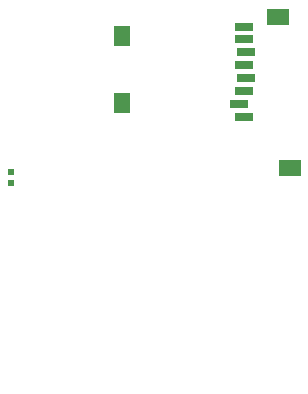
<source format=gbp>
G04 Layer_Color=128*
%FSLAX44Y44*%
%MOMM*%
G71*
G01*
G75*
%ADD19R,0.6200X0.6000*%
%ADD28C,0.0100*%
%ADD29R,1.5000X0.8000*%
%ADD30R,1.9000X1.4000*%
%ADD31R,1.4000X1.8000*%
%ADD32R,1.4000X1.8000*%
D19*
X-246933Y-243171D02*
D03*
Y-233971D02*
D03*
D28*
X-196672Y-186973D02*
D03*
X-209372D02*
D03*
X-196672Y-174272D02*
D03*
X-209372D02*
D03*
X-247472D02*
D03*
Y-186973D02*
D03*
X-234772Y-174272D02*
D03*
Y-186973D02*
D03*
X-221272Y-174272D02*
D03*
X-222072Y-186973D02*
D03*
X-58013Y-401008D02*
D03*
X-58813Y-413708D02*
D03*
X-45313Y-401008D02*
D03*
Y-413708D02*
D03*
X-32613Y-401008D02*
D03*
Y-413708D02*
D03*
X-70713D02*
D03*
X-83413D02*
D03*
X-70713Y-401008D02*
D03*
X-83413D02*
D03*
D29*
X-49557Y-187569D02*
D03*
X-53557Y-176569D02*
D03*
X-49557Y-165569D02*
D03*
X-47557Y-154569D02*
D03*
X-49557Y-143569D02*
D03*
X-47557Y-132569D02*
D03*
X-49557Y-121569D02*
D03*
Y-110569D02*
D03*
D30*
X-11057Y-230669D02*
D03*
X-21057Y-102669D02*
D03*
D31*
X-152557Y-118669D02*
D03*
D32*
Y-175669D02*
D03*
M02*

</source>
